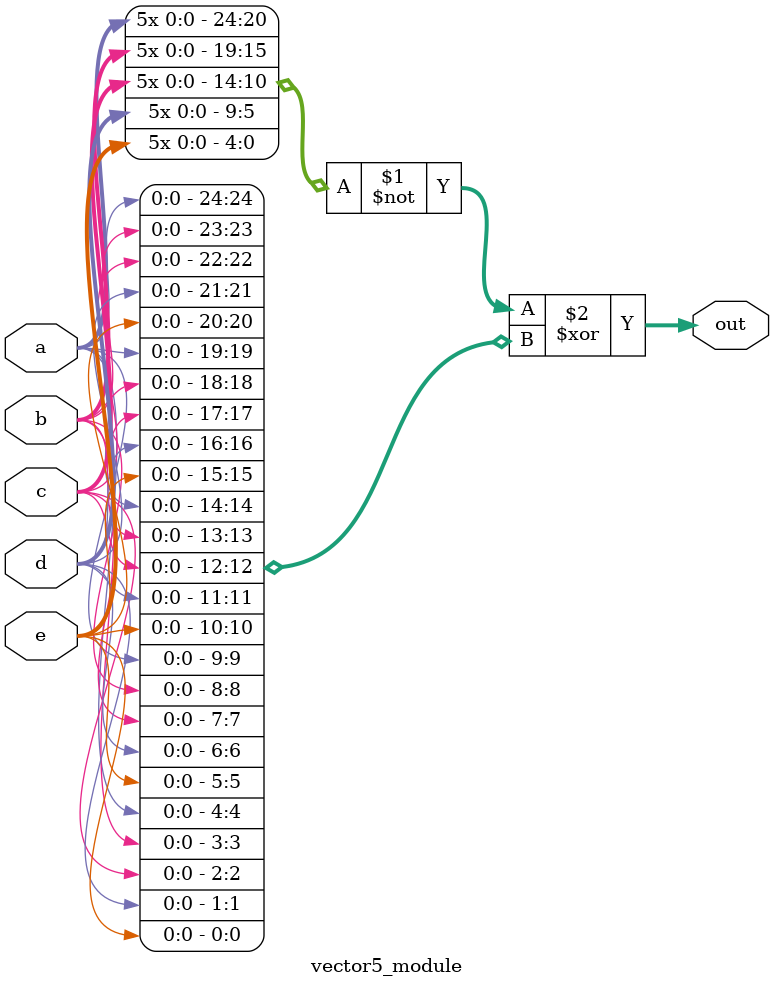
<source format=v>
module vector5_module (
   input a, b, c, d, e,
   output [24:0] out );
   assign out = ~{ {5{a}},{5{b}},{5{c}},{5{d}},{5{e}} } ^ {5{a,b,c,d,e}};
endmodule 
</source>
